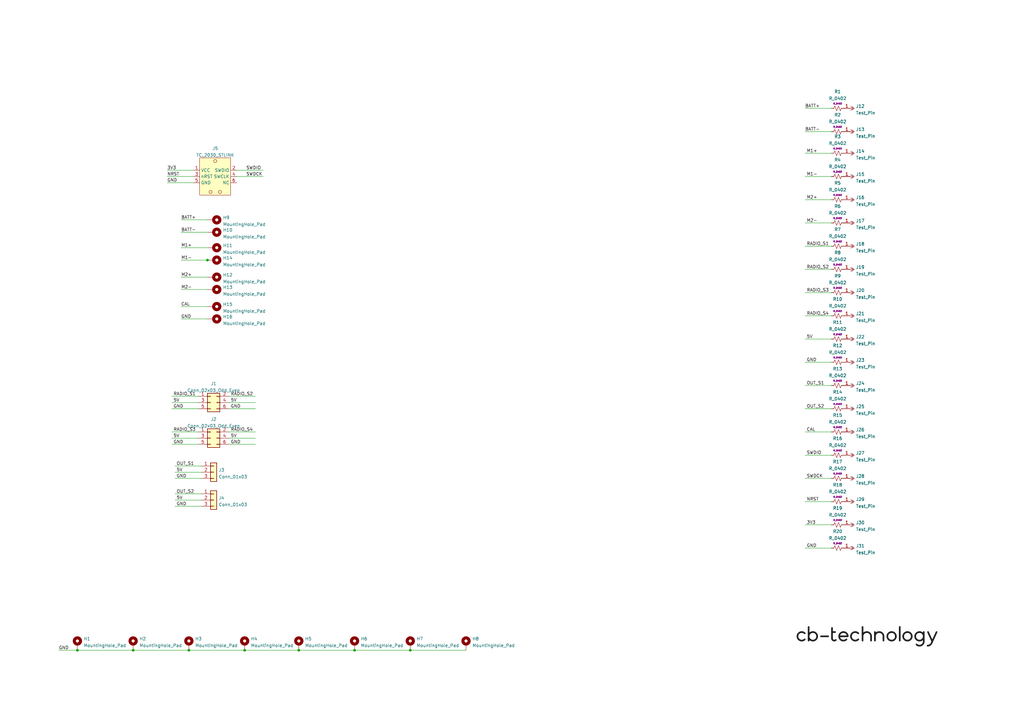
<source format=kicad_sch>
(kicad_sch (version 20211123) (generator eeschema)
  (paper "A3")
  (title_block (title "TEXT FIXTURE") (date "2022-08-19") (rev "v1.0") (company "CB-TECHNOLOGY"))
  (lib_symbols
    (symbol "Connector_Generic:Conn_01x03" (pin_names (offset 1.016) hide)
      (property "Reference" "J" (at 0 5.08 0))
      (property "Value" "Conn_01x03" (at 0 -5.08 0))
      (symbol "Conn_01x03_1_1"
        (rectangle (start -1.27 -2.413) (end 0 -2.667) (stroke (width 0.1524)))
        (rectangle (start -1.27 0.127) (end 0 -0.127) (stroke (width 0.1524)))
        (rectangle (start -1.27 2.667) (end 0 2.413) (stroke (width 0.1524)))
        (rectangle (start -1.27 3.81) (end 1.27 -3.81) (stroke (width 0.254)) (fill (type background)))
        (pin passive line (at -5.08 2.54 0) (length 3.81) (name "Pin_1") (number "1"))
        (pin passive line (at -5.08 0 0) (length 3.81) (name "Pin_2") (number "2"))
        (pin passive line (at -5.08 -2.54 0) (length 3.81) (name "Pin_3") (number "3"))
      )
    )
    (symbol "Connector_Generic:Conn_02x03_Odd_Even" (pin_names (offset 1.016) hide)
      (property "Reference" "J" (at 1.27 5.08 0))
      (property "Value" "Conn_02x03_Odd_Even" (at 1.27 -5.08 0))
      (symbol "Conn_02x03_Odd_Even_1_1"
        (rectangle (start -1.27 -2.413) (end 0 -2.667) (stroke (width 0.1524)))
        (rectangle (start -1.27 0.127) (end 0 -0.127) (stroke (width 0.1524)))
        (rectangle (start -1.27 2.667) (end 0 2.413) (stroke (width 0.1524)))
        (rectangle (start -1.27 3.81) (end 3.81 -3.81) (stroke (width 0.254)) (fill (type background)))
        (rectangle (start 3.81 -2.413) (end 2.54 -2.667) (stroke (width 0.1524)))
        (rectangle (start 3.81 0.127) (end 2.54 -0.127) (stroke (width 0.1524)))
        (rectangle (start 3.81 2.667) (end 2.54 2.413) (stroke (width 0.1524)))
        (pin passive line (at -5.08 2.54 0) (length 3.81) (name "Pin_1") (number "1"))
        (pin passive line (at 7.62 2.54 180) (length 3.81) (name "Pin_2") (number "2"))
        (pin passive line (at -5.08 0 0) (length 3.81) (name "Pin_3") (number "3"))
        (pin passive line (at 7.62 0 180) (length 3.81) (name "Pin_4") (number "4"))
        (pin passive line (at -5.08 -2.54 0) (length 3.81) (name "Pin_5") (number "5"))
        (pin passive line (at 7.62 -2.54 180) (length 3.81) (name "Pin_6") (number "6"))
      )
    )
    (symbol "J_Connector:TC_2030_STLINK" (in_bom no)
      (property "Reference" "J" (at -6.4 8.96 0))
      (property "Value" "TC_2030_STLINK" (at 0 -8.96 0))
      (symbol "TC_2030_STLINK_0_1"
        (rectangle (start -6.35 7.62) (end 6.35 -7.62) (stroke (width 0.1524)) (fill (type background)))
        (circle (center -1.905 -6.35) (radius 0.635) (stroke (width 0.1524)))
        (circle (center 0 6.35) (radius 0.635) (stroke (width 0.1524)))
        (circle (center 1.905 -6.35) (radius 0.635) (stroke (width 0.1524)))
      )
      (symbol "TC_2030_STLINK_1_1"
        (pin power_in line (at -8.89 2.54 0) (length 2.54) (name "VCC") (number "1"))
        (pin bidirectional line (at 8.89 2.54 180) (length 2.54) (name "SWDIO") (number "2"))
        (pin output line (at -8.89 0 0) (length 2.54) (name "nRST") (number "3"))
        (pin bidirectional line (at 8.89 0 180) (length 2.54) (name "SWCLK") (number "4"))
        (pin power_in line (at -8.89 -2.54 0) (length 2.54) (name "GND") (number "5"))
        (pin free line (at 8.89 -2.54 180) (length 2.54) (name "NC") (number "6"))
      )
    )
    (symbol "J_Connector:Test_Pin" (pin_names (offset 1.016)) (in_bom no)
      (property "Reference" "J" (at 0 -2.286 0))
      (property "Value" "Test_Pin" (at -0.254 3.302 0))
      (symbol "Test_Pin_0_1"
        (polyline (pts (xy 1.524 0.762) (xy 2.54 0) (xy 1.524 -0.762)))
        (polyline (pts (xy 2.032 -0.762) (xy 3.048 0) (xy 2.032 0.762)))
        (polyline (pts (xy 2.54 0) (xy 1.524 0) (xy 1.27 0) (xy 1.016 0)))
      )
      (symbol "Test_Pin_1_1"
        (pin passive line (at -1.27 0 0) (length 2.54) (name "~") (number "1"))
      )
    )
    (symbol "Mechanical:MountingHole_Pad" (pin_numbers hide) (pin_names (offset 1.016) hide)
      (property "Reference" "H" (at 0 6.35 0))
      (property "Value" "MountingHole_Pad" (at 0 4.445 0))
      (symbol "MountingHole_Pad_0_1"
        (circle (center 0 1.27) (radius 1.27) (stroke (width 1.27)))
      )
      (symbol "MountingHole_Pad_1_1"
        (pin input line (at 0 -2.54 90) (length 2.54) (name "1") (number "1"))
      )
    )
    (symbol "R_Resistor:R_0402" (pin_numbers hide) (pin_names (offset 1.016))
      (property "Reference" "R" (at 2.54 1.905 0))
      (property "Value" "R_0402" (at 5.08 0 0))
      (property "Size" "R_0402" (at 3.81 -1.905 0))
      (symbol "R_0402_1_1"
        (polyline (pts (xy 0 0) (xy 1.016 -0.381) (xy 0 -0.762) (xy -1.016 -1.143) (xy 0 -1.524)))
        (polyline (pts (xy 0 1.524) (xy 1.016 1.143) (xy 0 0.762) (xy -1.016 0.381) (xy 0 0)))
        (pin passive line (at 0 2.54 270) (length 1.016) (name "~") (number "1"))
        (pin passive line (at 0 -2.54 90) (length 1.016) (name "~") (number "2"))
      )
    )
  )
  (junction (at 54.61 266.7))
  (junction (at 77.47 266.7))
  (junction (at 31.75 266.7))
  (junction (at 168.275 266.7))
  (junction (at 145.415 266.7))
  (junction (at 100.33 266.7))
  (junction (at 122.555 266.7))
  (junction (at 85.09 106.68))
  (wire (pts (xy 145.415 266.7) (xy 122.555 266.7)))
  (wire (pts (xy 104.775 165.1) (xy 93.98 165.1)))
  (wire (pts (xy 340.995 158.115) (xy 330.2 158.115)))
  (wire (pts (xy 31.75 266.7) (xy 54.61 266.7)))
  (wire (pts (xy 104.775 167.64) (xy 93.98 167.64)))
  (wire (pts (xy 82.55 205.105) (xy 71.755 205.105)))
  (wire (pts (xy 122.555 266.7) (xy 100.33 266.7)))
  (wire (pts (xy 340.995 91.44) (xy 330.2 91.44)))
  (wire (pts (xy 97.155 69.85) (xy 107.95 69.85)))
  (wire (pts (xy 340.995 148.59) (xy 330.2 148.59)))
  (wire (pts (xy 340.995 100.965) (xy 330.2 100.965)))
  (wire (pts (xy 340.995 120.015) (xy 330.2 120.015)))
  (wire (pts (xy 85.09 106.68) (xy 74.295 106.68)))
  (wire (pts (xy 168.275 266.7) (xy 145.415 266.7)))
  (wire (pts (xy 340.995 129.54) (xy 330.2 129.54)))
  (wire (pts (xy 340.995 177.165) (xy 330.2 177.165)))
  (wire (pts (xy 82.55 202.565) (xy 71.755 202.565)))
  (wire (pts (xy 340.995 110.49) (xy 330.2 110.49)))
  (wire (pts (xy 85.09 90.17) (xy 74.295 90.17)))
  (wire (pts (xy 340.995 62.865) (xy 330.2 62.865)))
  (wire (pts (xy 340.995 139.065) (xy 330.2 139.065)))
  (wire (pts (xy 79.375 69.85) (xy 68.58 69.85)))
  (wire (pts (xy 82.55 196.215) (xy 71.755 196.215)))
  (wire (pts (xy 104.775 179.705) (xy 93.98 179.705)))
  (wire (pts (xy 82.55 191.135) (xy 71.755 191.135)))
  (wire (pts (xy 81.28 179.705) (xy 70.485 179.705)))
  (wire (pts (xy 79.375 72.39) (xy 68.58 72.39)))
  (wire (pts (xy 81.28 162.56) (xy 70.485 162.56)))
  (wire (pts (xy 340.995 186.69) (xy 330.2 186.69)))
  (wire (pts (xy 24.13 266.7) (xy 31.75 266.7)))
  (wire (pts (xy 85.09 106.68) (xy 85.1216 106.6774)))
  (wire (pts (xy 77.47 266.7) (xy 54.61 266.7)))
  (wire (pts (xy 79.375 74.93) (xy 68.58 74.93)))
  (wire (pts (xy 104.775 177.165) (xy 93.98 177.165)))
  (wire (pts (xy 340.995 53.975) (xy 330.2 53.975)))
  (wire (pts (xy 97.155 72.39) (xy 107.95 72.39)))
  (wire (pts (xy 191.135 266.7) (xy 168.275 266.7)))
  (wire (pts (xy 81.28 182.245) (xy 70.485 182.245)))
  (wire (pts (xy 340.995 196.215) (xy 330.2 196.215)))
  (wire (pts (xy 104.775 162.56) (xy 93.98 162.56)))
  (wire (pts (xy 85.09 130.81) (xy 74.295 130.81)))
  (wire (pts (xy 81.28 167.64) (xy 70.485 167.64)))
  (wire (pts (xy 82.55 193.675) (xy 71.755 193.675)))
  (wire (pts (xy 340.995 167.64) (xy 330.2 167.64)))
  (wire (pts (xy 340.995 215.265) (xy 330.2 215.265)))
  (wire (pts (xy 340.995 44.45) (xy 330.2 44.45)))
  (wire (pts (xy 81.28 165.1) (xy 70.485 165.1)))
  (wire (pts (xy 82.55 207.645) (xy 71.755 207.645)))
  (wire (pts (xy 340.995 72.39) (xy 330.2 72.39)))
  (wire (pts (xy 340.995 81.915) (xy 330.2 81.915)))
  (wire (pts (xy 85.09 95.25) (xy 74.295 95.25)))
  (wire (pts (xy 85.09 125.73) (xy 74.295 125.73)))
  (wire (pts (xy 340.995 224.79) (xy 330.2 224.79)))
  (wire (pts (xy 85.09 118.745) (xy 74.295 118.745)))
  (wire (pts (xy 81.28 177.165) (xy 70.485 177.165)))
  (wire (pts (xy 85.09 113.665) (xy 74.295 113.665)))
  (wire (pts (xy 100.33 266.7) (xy 77.47 266.7)))
  (wire (pts (xy 340.995 205.74) (xy 330.2 205.74)))
  (wire (pts (xy 104.775 182.245) (xy 93.98 182.245)))
  (wire (pts (xy 85.09 101.6) (xy 74.295 101.6)))
  (image (at 355.6 260.985) (scale 0.227268))
  (label "RADIO_S4" (at 94.615 177.165 0))
  (label "BATT-" (at 74.295 95.25 0))
  (label "5V" (at 94.615 179.705 0))
  (label "3V3" (at 68.58 69.85 0))
  (label "SWDCK" (at 100.965 72.39 0))
  (label "RADIO_S3" (at 71.12 177.165 0))
  (label "5V" (at 71.12 165.1 0))
  (label "GND" (at 71.12 167.64 0))
  (label "GND" (at 330.835 148.59 0))
  (label "OUT_S2" (at 330.835 167.64 0))
  (label "GND" (at 94.615 167.64 0))
  (label "GND" (at 72.39 196.215 0))
  (label "5V" (at 72.39 193.675 0))
  (label "CAL" (at 74.295 125.73 0))
  (label "M2+" (at 330.835 81.915 0))
  (label "OUT_S1" (at 330.835 158.115 0))
  (label "OUT_S2" (at 72.39 202.565 0))
  (label "M2-" (at 330.835 91.44 0))
  (label "GND" (at 71.12 182.245 0))
  (label "SWDIO" (at 100.965 69.85 0))
  (label "BATT+" (at 330.2 44.45 0))
  (label "M1-" (at 74.295 106.68 0))
  (label "SWDIO" (at 330.835 186.69 0))
  (label "M1+" (at 74.295 101.6 0))
  (label "GND" (at 72.39 207.645 0))
  (label "RADIO_S1" (at 71.12 162.56 0))
  (label "RADIO_S2" (at 94.615 162.56 0))
  (label "M1+" (at 330.835 62.865 0))
  (label "5V" (at 94.615 165.1 0))
  (label "BATT-" (at 330.2 53.975 0))
  (label "GND" (at 74.295 130.81 0))
  (label "GND" (at 24.13 266.7 0))
  (label "GND" (at 68.58 74.93 0))
  (label "GND" (at 94.615 182.245 0))
  (label "RADIO_S3" (at 330.835 120.015 0))
  (label "5V" (at 72.39 205.105 0))
  (label "RADIO_S2" (at 330.835 110.49 0))
  (label "NRST" (at 330.835 205.74 0))
  (label "5V" (at 330.835 139.065 0))
  (label "NRST" (at 68.58 72.39 0))
  (label "GND" (at 330.835 224.79 0))
  (label "M1-" (at 330.835 72.39 0))
  (label "RADIO_S1" (at 330.835 100.965 0))
  (label "SWDCK" (at 330.835 196.215 0))
  (label "RADIO_S4" (at 330.835 129.54 0))
  (label "5V" (at 71.12 179.705 0))
  (label "M2-" (at 74.295 118.745 0))
  (label "3V3" (at 330.835 215.265 0))
  (label "BATT+" (at 74.295 90.17 0))
  (label "M2+" (at 74.295 113.665 0))
  (label "OUT_S1" (at 72.39 191.135 0))
  (label "CAL" (at 330.835 177.165 0))
  (symbol (lib_id "Connector_Generic:Conn_02x03_Odd_Even") (at 86.36 179.705 0) (unit 1)
    (property "Reference" "J2" (at 87.63 171.9285 0))
    (property "Value" "Conn_02x03_Odd_Even" (at 87.63 174.7036 0))
    (property "Footprint" "Connector_PinHeader_2.54mm:PinHeader_2x03_P2.54mm_Vertical" (effects hide))
  )
  (symbol (lib_id "J_Connector:Test_Pin") (at 347.345 224.79 0) (unit 1) (in_bom no)
    (property "Reference" "J31" (at 351.028 223.8815 0) (effects (justify left)))
    (property "Value" "Test_Pin" (at 351.028 226.6566 0) (effects (justify left)))
    (property "Footprint" "J_Connector:R-2-SC" (effects hide))
  )
  (symbol (lib_id "R_Resistor:R_0402") (at 343.535 72.39 90) (unit 1)
    (property "Reference" "R4" (at 343.535 65.5409 90))
    (property "Value" "R_0402" (at 343.535 68.316 90))
    (property "Footprint" "R_Resistor:R_0402" (effects hide))
    (property "Size" "R_0402" (at 343.535 70.4609 90) (effects (font (size 0.635 0.635))))
  )
  (symbol (lib_id "R_Resistor:R_0402") (at 343.535 44.45 90) (unit 1)
    (property "Reference" "R1" (at 343.535 37.6009 90))
    (property "Value" "R_0402" (at 343.535 40.376 90))
    (property "Footprint" "R_Resistor:R_0402" (effects hide))
    (property "Size" "R_0402" (at 343.535 42.5209 90) (effects (font (size 0.635 0.635))))
  )
  (symbol (lib_id "Mechanical:MountingHole_Pad") (at 100.33 264.16 0) (unit 1)
    (property "Reference" "H4" (at 102.87 261.9815 0) (effects (justify left)))
    (property "Value" "MountingHole_Pad" (at 102.87 264.7566 0) (effects (justify left)))
    (property "Footprint" "MountingHole:MountingHole_3mm_Pad_TopBottom" (effects hide))
  )
  (symbol (lib_id "J_Connector:Test_Pin") (at 347.345 177.165 0) (unit 1) (in_bom no)
    (property "Reference" "J26" (at 351.028 176.2565 0) (effects (justify left)))
    (property "Value" "Test_Pin" (at 351.028 179.0316 0) (effects (justify left)))
    (property "Footprint" "J_Connector:R-2-SC" (effects hide))
  )
  (symbol (lib_id "R_Resistor:R_0402") (at 343.535 110.49 90) (unit 1)
    (property "Reference" "R8" (at 343.535 103.6409 90))
    (property "Value" "R_0402" (at 343.535 106.416 90))
    (property "Footprint" "R_Resistor:R_0402" (effects hide))
    (property "Size" "R_0402" (at 343.535 108.5609 90) (effects (font (size 0.635 0.635))))
  )
  (symbol (lib_id "Mechanical:MountingHole_Pad") (at 122.555 264.16 0) (unit 1)
    (property "Reference" "H5" (at 125.095 261.9815 0) (effects (justify left)))
    (property "Value" "MountingHole_Pad" (at 125.095 264.7566 0) (effects (justify left)))
    (property "Footprint" "MountingHole:MountingHole_3mm_Pad_TopBottom" (effects hide))
  )
  (symbol (lib_id "Mechanical:MountingHole_Pad") (at 87.63 125.73 270) (unit 1)
    (property "Reference" "H15" (at 91.44 124.8215 90) (effects (justify left)))
    (property "Value" "MountingHole_Pad" (at 91.44 127.5966 90) (effects (justify left)))
    (property "Footprint" "MountingHole:MountingHole_3mm_Pad_TopBottom" (effects hide))
  )
  (symbol (lib_id "J_Connector:Test_Pin") (at 347.345 120.015 0) (unit 1) (in_bom no)
    (property "Reference" "J20" (at 351.028 119.1065 0) (effects (justify left)))
    (property "Value" "Test_Pin" (at 351.028 121.8816 0) (effects (justify left)))
    (property "Footprint" "J_Connector:R-2-SC" (effects hide))
  )
  (symbol (lib_id "R_Resistor:R_0402") (at 343.535 81.915 90) (unit 1)
    (property "Reference" "R5" (at 343.535 75.0659 90))
    (property "Value" "R_0402" (at 343.535 77.841 90))
    (property "Footprint" "R_Resistor:R_0402" (effects hide))
    (property "Size" "R_0402" (at 343.535 79.9859 90) (effects (font (size 0.635 0.635))))
  )
  (symbol (lib_id "Connector_Generic:Conn_01x03") (at 87.63 193.675 0) (unit 1)
    (property "Reference" "J3" (at 89.662 192.7665 0) (effects (justify left)))
    (property "Value" "Conn_01x03" (at 89.662 195.5416 0) (effects (justify left)))
    (property "Footprint" "Connector_PinHeader_2.54mm:PinHeader_1x03_P2.54mm_Horizontal" (effects hide))
  )
  (symbol (lib_id "J_Connector:Test_Pin") (at 347.345 72.39 0) (unit 1) (in_bom no)
    (property "Reference" "J15" (at 351.028 71.4815 0) (effects (justify left)))
    (property "Value" "Test_Pin" (at 351.028 74.2566 0) (effects (justify left)))
    (property "Footprint" "J_Connector:R-2-SC" (effects hide))
  )
  (symbol (lib_id "R_Resistor:R_0402") (at 343.535 62.865 90) (unit 1)
    (property "Reference" "R3" (at 343.535 56.0159 90))
    (property "Value" "R_0402" (at 343.535 58.791 90))
    (property "Footprint" "R_Resistor:R_0402" (effects hide))
    (property "Size" "R_0402" (at 343.535 60.9359 90) (effects (font (size 0.635 0.635))))
  )
  (symbol (lib_id "Mechanical:MountingHole_Pad") (at 87.63 113.665 270) (unit 1)
    (property "Reference" "H12" (at 91.44 112.7565 90) (effects (justify left)))
    (property "Value" "MountingHole_Pad" (at 91.44 115.5316 90) (effects (justify left)))
    (property "Footprint" "MountingHole:MountingHole_3mm_Pad_TopBottom" (effects hide))
  )
  (symbol (lib_id "J_Connector:Test_Pin") (at 347.345 186.69 0) (unit 1) (in_bom no)
    (property "Reference" "J27" (at 351.028 185.7815 0) (effects (justify left)))
    (property "Value" "Test_Pin" (at 351.028 188.5566 0) (effects (justify left)))
    (property "Footprint" "J_Connector:R-2-SC" (effects hide))
  )
  (symbol (lib_id "J_Connector:Test_Pin") (at 347.345 148.59 0) (unit 1) (in_bom no)
    (property "Reference" "J23" (at 351.028 147.6815 0) (effects (justify left)))
    (property "Value" "Test_Pin" (at 351.028 150.4566 0) (effects (justify left)))
    (property "Footprint" "J_Connector:R-2-SC" (effects hide))
  )
  (symbol (lib_id "J_Connector:Test_Pin") (at 347.345 91.44 0) (unit 1) (in_bom no)
    (property "Reference" "J17" (at 351.028 90.5315 0) (effects (justify left)))
    (property "Value" "Test_Pin" (at 351.028 93.3066 0) (effects (justify left)))
    (property "Footprint" "J_Connector:R-2-SC" (effects hide))
  )
  (symbol (lib_id "R_Resistor:R_0402") (at 343.535 215.265 90) (unit 1)
    (property "Reference" "R19" (at 343.535 208.4159 90))
    (property "Value" "R_0402" (at 343.535 211.191 90))
    (property "Footprint" "R_Resistor:R_0402" (effects hide))
    (property "Size" "R_0402" (at 343.535 213.3359 90) (effects (font (size 0.635 0.635))))
  )
  (symbol (lib_id "R_Resistor:R_0402") (at 343.535 177.165 90) (unit 1)
    (property "Reference" "R15" (at 343.535 170.3159 90))
    (property "Value" "R_0402" (at 343.535 173.091 90))
    (property "Footprint" "R_Resistor:R_0402" (effects hide))
    (property "Size" "R_0402" (at 343.535 175.2359 90) (effects (font (size 0.635 0.635))))
  )
  (symbol (lib_id "J_Connector:Test_Pin") (at 347.345 53.975 0) (unit 1) (in_bom no)
    (property "Reference" "J13" (at 351.028 53.0665 0) (effects (justify left)))
    (property "Value" "Test_Pin" (at 351.028 55.8416 0) (effects (justify left)))
    (property "Footprint" "J_Connector:R-2-SC" (effects hide))
  )
  (symbol (lib_id "J_Connector:Test_Pin") (at 347.345 205.74 0) (unit 1) (in_bom no)
    (property "Reference" "J29" (at 351.028 204.8315 0) (effects (justify left)))
    (property "Value" "Test_Pin" (at 351.028 207.6066 0) (effects (justify left)))
    (property "Footprint" "J_Connector:R-2-SC" (effects hide))
  )
  (symbol (lib_id "Connector_Generic:Conn_01x03") (at 87.63 205.105 0) (unit 1)
    (property "Reference" "J4" (at 89.662 204.1965 0) (effects (justify left)))
    (property "Value" "Conn_01x03" (at 89.662 206.9716 0) (effects (justify left)))
    (property "Footprint" "Connector_PinHeader_2.54mm:PinHeader_1x03_P2.54mm_Horizontal" (effects hide))
  )
  (symbol (lib_id "Connector_Generic:Conn_02x03_Odd_Even") (at 86.36 165.1 0) (unit 1)
    (property "Reference" "J1" (at 87.63 157.3235 0))
    (property "Value" "Conn_02x03_Odd_Even" (at 87.63 160.0986 0))
    (property "Footprint" "Connector_PinHeader_2.54mm:PinHeader_2x03_P2.54mm_Vertical" (effects hide))
  )
  (symbol (lib_id "R_Resistor:R_0402") (at 343.535 53.975 90) (unit 1)
    (property "Reference" "R2" (at 343.535 47.1259 90))
    (property "Value" "R_0402" (at 343.535 49.901 90))
    (property "Footprint" "R_Resistor:R_0402" (effects hide))
    (property "Size" "R_0402" (at 343.535 52.0459 90) (effects (font (size 0.635 0.635))))
  )
  (symbol (lib_id "J_Connector:Test_Pin") (at 347.345 215.265 0) (unit 1) (in_bom no)
    (property "Reference" "J30" (at 351.028 214.3565 0) (effects (justify left)))
    (property "Value" "Test_Pin" (at 351.028 217.1316 0) (effects (justify left)))
    (property "Footprint" "J_Connector:R-2-SC" (effects hide))
  )
  (symbol (lib_id "R_Resistor:R_0402") (at 343.535 129.54 90) (unit 1)
    (property "Reference" "R10" (at 343.535 122.6909 90))
    (property "Value" "R_0402" (at 343.535 125.466 90))
    (property "Footprint" "R_Resistor:R_0402" (effects hide))
    (property "Size" "R_0402" (at 343.535 127.6109 90) (effects (font (size 0.635 0.635))))
  )
  (symbol (lib_id "R_Resistor:R_0402") (at 343.535 91.44 90) (unit 1)
    (property "Reference" "R6" (at 343.535 84.5909 90))
    (property "Value" "R_0402" (at 343.535 87.366 90))
    (property "Footprint" "R_Resistor:R_0402" (effects hide))
    (property "Size" "R_0402" (at 343.535 89.5109 90) (effects (font (size 0.635 0.635))))
  )
  (symbol (lib_id "J_Connector:Test_Pin") (at 347.345 139.065 0) (unit 1) (in_bom no)
    (property "Reference" "J22" (at 351.028 138.1565 0) (effects (justify left)))
    (property "Value" "Test_Pin" (at 351.028 140.9316 0) (effects (justify left)))
    (property "Footprint" "J_Connector:R-2-SC" (effects hide))
  )
  (symbol (lib_id "R_Resistor:R_0402") (at 343.535 196.215 90) (unit 1)
    (property "Reference" "R17" (at 343.535 189.3659 90))
    (property "Value" "R_0402" (at 343.535 192.141 90))
    (property "Footprint" "R_Resistor:R_0402" (effects hide))
    (property "Size" "R_0402" (at 343.535 194.2859 90) (effects (font (size 0.635 0.635))))
  )
  (symbol (lib_id "J_Connector:Test_Pin") (at 347.345 158.115 0) (unit 1) (in_bom no)
    (property "Reference" "J24" (at 351.028 157.2065 0) (effects (justify left)))
    (property "Value" "Test_Pin" (at 351.028 159.9816 0) (effects (justify left)))
    (property "Footprint" "J_Connector:R-2-SC" (effects hide))
  )
  (symbol (lib_id "Mechanical:MountingHole_Pad") (at 145.415 264.16 0) (mirror y) (unit 1)
    (property "Reference" "H6" (at 147.955 261.9815 0) (effects (justify right)))
    (property "Value" "MountingHole_Pad" (at 147.955 264.7566 0) (effects (justify right)))
    (property "Footprint" "MountingHole:MountingHole_3mm_Pad_TopBottom" (effects hide))
  )
  (symbol (lib_id "Mechanical:MountingHole_Pad") (at 87.63 130.81 270) (unit 1)
    (property "Reference" "H16" (at 91.44 129.9015 90) (effects (justify left)))
    (property "Value" "MountingHole_Pad" (at 91.44 132.6766 90) (effects (justify left)))
    (property "Footprint" "MountingHole:MountingHole_3mm_Pad_TopBottom" (effects hide))
  )
  (symbol (lib_id "Mechanical:MountingHole_Pad") (at 87.63 106.68 270) (unit 1)
    (property "Reference" "H14" (at 91.44 105.7715 90) (effects (justify left)))
    (property "Value" "MountingHole_Pad" (at 91.44 108.5466 90) (effects (justify left)))
    (property "Footprint" "MountingHole:MountingHole_3mm_Pad_TopBottom" (effects hide))
  )
  (symbol (lib_id "J_Connector:Test_Pin") (at 347.345 81.915 0) (unit 1) (in_bom no)
    (property "Reference" "J16" (at 351.028 81.0065 0) (effects (justify left)))
    (property "Value" "Test_Pin" (at 351.028 83.7816 0) (effects (justify left)))
    (property "Footprint" "J_Connector:R-2-SC" (effects hide))
  )
  (symbol (lib_id "J_Connector:Test_Pin") (at 347.345 167.64 0) (unit 1) (in_bom no)
    (property "Reference" "J25" (at 351.028 166.7315 0) (effects (justify left)))
    (property "Value" "Test_Pin" (at 351.028 169.5066 0) (effects (justify left)))
    (property "Footprint" "J_Connector:R-2-SC" (effects hide))
  )
  (symbol (lib_id "J_Connector:Test_Pin") (at 347.345 196.215 0) (unit 1) (in_bom no)
    (property "Reference" "J28" (at 351.028 195.3065 0) (effects (justify left)))
    (property "Value" "Test_Pin" (at 351.028 198.0816 0) (effects (justify left)))
    (property "Footprint" "J_Connector:R-2-SC" (effects hide))
  )
  (symbol (lib_id "Mechanical:MountingHole_Pad") (at 87.63 95.25 270) (unit 1)
    (property "Reference" "H10" (at 91.44 94.3415 90) (effects (justify left)))
    (property "Value" "MountingHole_Pad" (at 91.44 97.1166 90) (effects (justify left)))
    (property "Footprint" "MountingHole:MountingHole_3mm_Pad_TopBottom" (effects hide))
  )
  (symbol (lib_id "R_Resistor:R_0402") (at 343.535 186.69 90) (unit 1)
    (property "Reference" "R16" (at 343.535 179.8409 90))
    (property "Value" "R_0402" (at 343.535 182.616 90))
    (property "Footprint" "R_Resistor:R_0402" (effects hide))
    (property "Size" "R_0402" (at 343.535 184.7609 90) (effects (font (size 0.635 0.635))))
  )
  (symbol (lib_id "R_Resistor:R_0402") (at 343.535 158.115 90) (unit 1)
    (property "Reference" "R13" (at 343.535 151.2659 90))
    (property "Value" "R_0402" (at 343.535 154.041 90))
    (property "Footprint" "R_Resistor:R_0402" (effects hide))
    (property "Size" "R_0402" (at 343.535 156.1859 90) (effects (font (size 0.635 0.635))))
  )
  (symbol (lib_id "J_Connector:Test_Pin") (at 347.345 44.45 0) (unit 1) (in_bom no)
    (property "Reference" "J12" (at 351.028 43.5415 0) (effects (justify left)))
    (property "Value" "Test_Pin" (at 351.028 46.3166 0) (effects (justify left)))
    (property "Footprint" "J_Connector:R-2-SC" (effects hide))
  )
  (symbol (lib_id "Mechanical:MountingHole_Pad") (at 31.75 264.16 0) (unit 1)
    (property "Reference" "H1" (at 34.29 261.9815 0) (effects (justify left)))
    (property "Value" "MountingHole_Pad" (at 34.29 264.7566 0) (effects (justify left)))
    (property "Footprint" "MountingHole:MountingHole_3mm_Pad_TopBottom" (effects hide))
  )
  (symbol (lib_id "Mechanical:MountingHole_Pad") (at 87.63 101.6 270) (unit 1)
    (property "Reference" "H11" (at 91.44 100.6915 90) (effects (justify left)))
    (property "Value" "MountingHole_Pad" (at 91.44 103.4666 90) (effects (justify left)))
    (property "Footprint" "MountingHole:MountingHole_3mm_Pad_TopBottom" (effects hide))
  )
  (symbol (lib_id "Mechanical:MountingHole_Pad") (at 87.63 118.745 270) (unit 1)
    (property "Reference" "H13" (at 91.44 117.8365 90) (effects (justify left)))
    (property "Value" "MountingHole_Pad" (at 91.44 120.6116 90) (effects (justify left)))
    (property "Footprint" "MountingHole:MountingHole_3mm_Pad_TopBottom" (effects hide))
  )
  (symbol (lib_id "R_Resistor:R_0402") (at 343.535 139.065 90) (unit 1)
    (property "Reference" "R11" (at 343.535 132.2159 90))
    (property "Value" "R_0402" (at 343.535 134.991 90))
    (property "Footprint" "R_Resistor:R_0402" (effects hide))
    (property "Size" "R_0402" (at 343.535 137.1359 90) (effects (font (size 0.635 0.635))))
  )
  (symbol (lib_id "R_Resistor:R_0402") (at 343.535 167.64 90) (unit 1)
    (property "Reference" "R14" (at 343.535 160.7909 90))
    (property "Value" "R_0402" (at 343.535 163.566 90))
    (property "Footprint" "R_Resistor:R_0402" (effects hide))
    (property "Size" "R_0402" (at 343.535 165.7109 90) (effects (font (size 0.635 0.635))))
  )
  (symbol (lib_id "R_Resistor:R_0402") (at 343.535 205.74 90) (unit 1)
    (property "Reference" "R18" (at 343.535 198.8909 90))
    (property "Value" "R_0402" (at 343.535 201.666 90))
    (property "Footprint" "R_Resistor:R_0402" (effects hide))
    (property "Size" "R_0402" (at 343.535 203.8109 90) (effects (font (size 0.635 0.635))))
  )
  (symbol (lib_id "R_Resistor:R_0402") (at 343.535 148.59 90) (unit 1)
    (property "Reference" "R12" (at 343.535 141.7409 90))
    (property "Value" "R_0402" (at 343.535 144.516 90))
    (property "Footprint" "R_Resistor:R_0402" (effects hide))
    (property "Size" "R_0402" (at 343.535 146.6609 90) (effects (font (size 0.635 0.635))))
  )
  (symbol (lib_id "J_Connector:Test_Pin") (at 347.345 129.54 0) (unit 1) (in_bom no)
    (property "Reference" "J21" (at 351.028 128.6315 0) (effects (justify left)))
    (property "Value" "Test_Pin" (at 351.028 131.4066 0) (effects (justify left)))
    (property "Footprint" "J_Connector:R-2-SC" (effects hide))
  )
  (symbol (lib_id "J_Connector:TC_2030_STLINK") (at 88.265 72.39 0) (unit 1) (in_bom no)
    (property "Reference" "J5" (at 88.265 60.8543 0))
    (property "Value" "TC_2030_STLINK" (at 88.265 63.6294 0))
    (property "Footprint" "Connector:Tag-Connect_TC2030-IDC-FP_2x03_P1.27mm_Vertical" (effects hide))
  )
  (symbol (lib_id "Mechanical:MountingHole_Pad") (at 191.135 264.16 0) (unit 1)
    (property "Reference" "H8" (at 193.675 261.9815 0) (effects (justify left)))
    (property "Value" "MountingHole_Pad" (at 193.675 264.7566 0) (effects (justify left)))
    (property "Footprint" "MountingHole:MountingHole_3mm_Pad_TopBottom" (effects hide))
  )
  (symbol (lib_id "J_Connector:Test_Pin") (at 347.345 100.965 0) (unit 1) (in_bom no)
    (property "Reference" "J18" (at 351.028 100.0565 0) (effects (justify left)))
    (property "Value" "Test_Pin" (at 351.028 102.8316 0) (effects (justify left)))
    (property "Footprint" "J_Connector:R-2-SC" (effects hide))
  )
  (symbol (lib_id "Mechanical:MountingHole_Pad") (at 87.63 90.17 270) (unit 1)
    (property "Reference" "H9" (at 91.44 89.2615 90) (effects (justify left)))
    (property "Value" "MountingHole_Pad" (at 91.44 92.0366 90) (effects (justify left)))
    (property "Footprint" "MountingHole:MountingHole_3mm_Pad_TopBottom" (effects hide))
  )
  (symbol (lib_id "Mechanical:MountingHole_Pad") (at 54.61 264.16 0) (mirror y) (unit 1)
    (property "Reference" "H2" (at 57.15 261.9815 0) (effects (justify right)))
    (property "Value" "MountingHole_Pad" (at 57.15 264.7566 0) (effects (justify right)))
    (property "Footprint" "MountingHole:MountingHole_3mm_Pad_TopBottom" (effects hide))
  )
  (symbol (lib_id "J_Connector:Test_Pin") (at 347.345 62.865 0) (unit 1) (in_bom no)
    (property "Reference" "J14" (at 351.028 61.9565 0) (effects (justify left)))
    (property "Value" "Test_Pin" (at 351.028 64.7316 0) (effects (justify left)))
    (property "Footprint" "J_Connector:R-2-SC" (effects hide))
  )
  (symbol (lib_id "R_Resistor:R_0402") (at 343.535 224.79 90) (unit 1)
    (property "Reference" "R20" (at 343.535 217.9409 90))
    (property "Value" "R_0402" (at 343.535 220.716 90))
    (property "Footprint" "R_Resistor:R_0402" (effects hide))
    (property "Size" "R_0402" (at 343.535 222.8609 90) (effects (font (size 0.635 0.635))))
  )
  (symbol (lib_id "Mechanical:MountingHole_Pad") (at 168.275 264.16 0) (unit 1)
    (property "Reference" "H7" (at 170.815 261.9815 0) (effects (justify left)))
    (property "Value" "MountingHole_Pad" (at 170.815 264.7566 0) (effects (justify left)))
    (property "Footprint" "MountingHole:MountingHole_3mm_Pad_TopBottom" (effects hide))
  )
  (symbol (lib_id "Mechanical:MountingHole_Pad") (at 77.47 264.16 0) (unit 1)
    (property "Reference" "H3" (at 80.01 261.9815 0) (effects (justify left)))
    (property "Value" "MountingHole_Pad" (at 80.01 264.7566 0) (effects (justify left)))
    (property "Footprint" "MountingHole:MountingHole_3mm_Pad_TopBottom" (effects hide))
  )
  (symbol (lib_id "R_Resistor:R_0402") (at 343.535 100.965 90) (unit 1)
    (property "Reference" "R7" (at 343.535 94.1159 90))
    (property "Value" "R_0402" (at 343.535 96.891 90))
    (property "Footprint" "R_Resistor:R_0402" (effects hide))
    (property "Size" "R_0402" (at 343.535 99.0359 90) (effects (font (size 0.635 0.635))))
  )
  (symbol (lib_id "R_Resistor:R_0402") (at 343.535 120.015 90) (unit 1)
    (property "Reference" "R9" (at 343.535 113.1659 90))
    (property "Value" "R_0402" (at 343.535 115.941 90))
    (property "Footprint" "R_Resistor:R_0402" (effects hide))
    (property "Size" "R_0402" (at 343.535 118.0859 90) (effects (font (size 0.635 0.635))))
  )
  (symbol (lib_id "J_Connector:Test_Pin") (at 347.345 110.49 0) (unit 1) (in_bom no)
    (property "Reference" "J19" (at 351.028 109.5815 0) (effects (justify left)))
    (property "Value" "Test_Pin" (at 351.028 112.3566 0) (effects (justify left)))
    (property "Footprint" "J_Connector:R-2-SC" (effects hide))
  )
)
</source>
